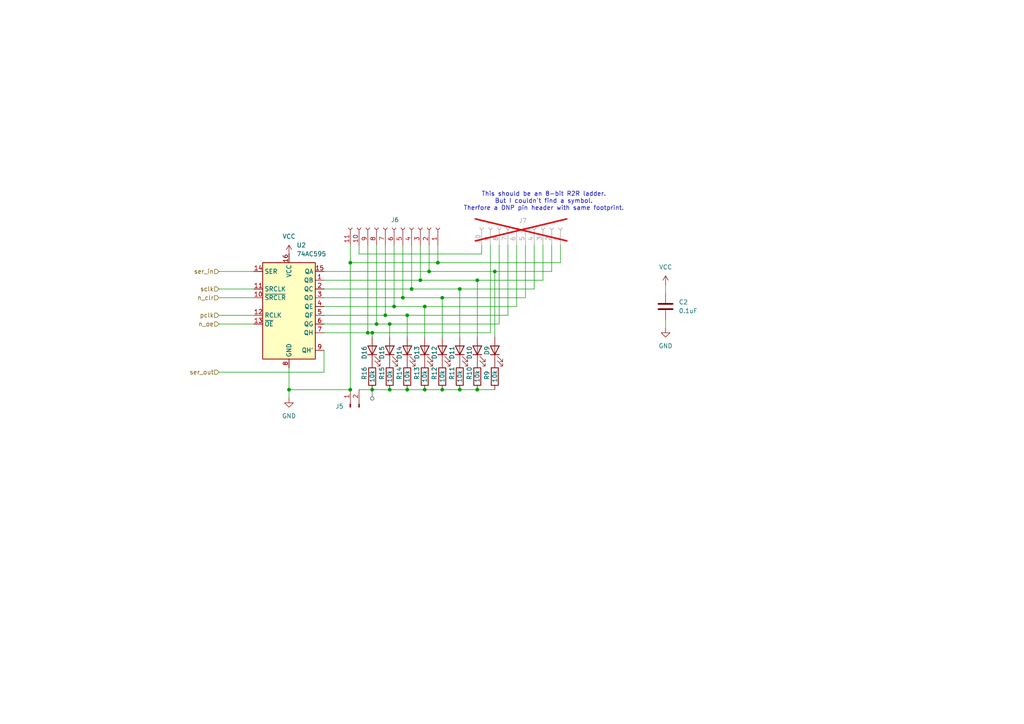
<source format=kicad_sch>
(kicad_sch (version 20231120) (generator "eeschema") (generator_version "8.0")
  (paper "A4")
  (lib_symbols
    (symbol "74xx:74AHC595"
      (property "Reference" "U" (at -7.62 13.97 0))
      (property "Value" "74AHC595" (at -7.62 -16.51 0))
      (symbol "74AHC595_1_0"
        (pin tri_state line (at 10.16 7.62 180) (length 2.54) (name "QB") (number "1"))
        (pin input line (at -10.16 2.54 0) (length 2.54) (name "~{SRCLR}") (number "10"))
        (pin input line (at -10.16 5.08 0) (length 2.54) (name "SRCLK") (number "11"))
        (pin input line (at -10.16 -2.54 0) (length 2.54) (name "RCLK") (number "12"))
        (pin input line (at -10.16 -5.08 0) (length 2.54) (name "~{OE}") (number "13"))
        (pin input line (at -10.16 10.16 0) (length 2.54) (name "SER") (number "14"))
        (pin tri_state line (at 10.16 10.16 180) (length 2.54) (name "QA") (number "15"))
        (pin power_in line (at 0 15.24 270) (length 2.54) (name "VCC") (number "16"))
        (pin tri_state line (at 10.16 5.08 180) (length 2.54) (name "QC") (number "2"))
        (pin tri_state line (at 10.16 2.54 180) (length 2.54) (name "QD") (number "3"))
        (pin tri_state line (at 10.16 0 180) (length 2.54) (name "QE") (number "4"))
        (pin tri_state line (at 10.16 -2.54 180) (length 2.54) (name "QF") (number "5"))
        (pin tri_state line (at 10.16 -5.08 180) (length 2.54) (name "QG") (number "6"))
        (pin tri_state line (at 10.16 -7.62 180) (length 2.54) (name "QH") (number "7"))
        (pin power_in line (at 0 -17.78 90) (length 2.54) (name "GND") (number "8"))
        (pin output line (at 10.16 -12.7 180) (length 2.54) (name "QH'") (number "9"))
      )
      (symbol "74AHC595_1_1"
        (rectangle (start -7.62 12.7) (end 7.62 -15.24) (stroke (width 0.254)) (fill (type background)))
      )
    )
    (symbol "Connector:Conn_01x02_Pin" (pin_names (offset 1.016) hide)
      (property "Reference" "J" (at 0 2.54 0))
      (property "Value" "Conn_01x02_Pin" (at 0 -5.08 0))
      (symbol "Conn_01x02_Pin_1_1"
        (polyline (pts (xy 1.27 -2.54) (xy 0.8636 -2.54)) (stroke (width 0.1524)))
        (polyline (pts (xy 1.27 0) (xy 0.8636 0)) (stroke (width 0.1524)))
        (rectangle (start 0.8636 -2.413) (end 0 -2.667) (stroke (width 0.1524)) (fill (type outline)))
        (rectangle (start 0.8636 0.127) (end 0 -0.127) (stroke (width 0.1524)) (fill (type outline)))
        (pin passive line (at 5.08 0 180) (length 3.81) (name "Pin_1") (number "1"))
        (pin passive line (at 5.08 -2.54 180) (length 3.81) (name "Pin_2") (number "2"))
      )
    )
    (symbol "Connector:Conn_01x10_Socket" (pin_names (offset 1.016) hide)
      (property "Reference" "J" (at 0 12.7 0))
      (property "Value" "Conn_01x10_Socket" (at 0 -15.24 0))
      (symbol "Conn_01x10_Socket_1_1"
        (arc (start 0 -12.192) (mid -0.5058 -12.7) (end 0 -13.208) (stroke (width 0.1524)))
        (arc (start 0 -9.652) (mid -0.5058 -10.16) (end 0 -10.668) (stroke (width 0.1524)))
        (arc (start 0 -7.112) (mid -0.5058 -7.62) (end 0 -8.128) (stroke (width 0.1524)))
        (arc (start 0 -4.572) (mid -0.5058 -5.08) (end 0 -5.588) (stroke (width 0.1524)))
        (arc (start 0 -2.032) (mid -0.5058 -2.54) (end 0 -3.048) (stroke (width 0.1524)))
        (polyline (pts (xy -1.27 -12.7) (xy -0.508 -12.7)) (stroke (width 0.1524)))
        (polyline (pts (xy -1.27 -10.16) (xy -0.508 -10.16)) (stroke (width 0.1524)))
        (polyline (pts (xy -1.27 -7.62) (xy -0.508 -7.62)) (stroke (width 0.1524)))
        (polyline (pts (xy -1.27 -5.08) (xy -0.508 -5.08)) (stroke (width 0.1524)))
        (polyline (pts (xy -1.27 -2.54) (xy -0.508 -2.54)) (stroke (width 0.1524)))
        (polyline (pts (xy -1.27 0) (xy -0.508 0)) (stroke (width 0.1524)))
        (polyline (pts (xy -1.27 2.54) (xy -0.508 2.54)) (stroke (width 0.1524)))
        (polyline (pts (xy -1.27 5.08) (xy -0.508 5.08)) (stroke (width 0.1524)))
        (polyline (pts (xy -1.27 7.62) (xy -0.508 7.62)) (stroke (width 0.1524)))
        (polyline (pts (xy -1.27 10.16) (xy -0.508 10.16)) (stroke (width 0.1524)))
        (arc (start 0 0.508) (mid -0.5058 0) (end 0 -0.508) (stroke (width 0.1524)))
        (arc (start 0 3.048) (mid -0.5058 2.54) (end 0 2.032) (stroke (width 0.1524)))
        (arc (start 0 5.588) (mid -0.5058 5.08) (end 0 4.572) (stroke (width 0.1524)))
        (arc (start 0 8.128) (mid -0.5058 7.62) (end 0 7.112) (stroke (width 0.1524)))
        (arc (start 0 10.668) (mid -0.5058 10.16) (end 0 9.652) (stroke (width 0.1524)))
        (pin passive line (at -5.08 10.16 0) (length 3.81) (name "Pin_1") (number "1"))
        (pin passive line (at -5.08 -12.7 0) (length 3.81) (name "Pin_10") (number "10"))
        (pin passive line (at -5.08 7.62 0) (length 3.81) (name "Pin_2") (number "2"))
        (pin passive line (at -5.08 5.08 0) (length 3.81) (name "Pin_3") (number "3"))
        (pin passive line (at -5.08 2.54 0) (length 3.81) (name "Pin_4") (number "4"))
        (pin passive line (at -5.08 0 0) (length 3.81) (name "Pin_5") (number "5"))
        (pin passive line (at -5.08 -2.54 0) (length 3.81) (name "Pin_6") (number "6"))
        (pin passive line (at -5.08 -5.08 0) (length 3.81) (name "Pin_7") (number "7"))
        (pin passive line (at -5.08 -7.62 0) (length 3.81) (name "Pin_8") (number "8"))
        (pin passive line (at -5.08 -10.16 0) (length 3.81) (name "Pin_9") (number "9"))
      )
    )
    (symbol "Connector:Conn_01x11_Socket" (pin_names (offset 1.016) hide)
      (property "Reference" "J" (at 0 15.24 0))
      (property "Value" "Conn_01x11_Socket" (at 0 -15.24 0))
      (symbol "Conn_01x11_Socket_1_1"
        (arc (start 0 -12.192) (mid -0.5058 -12.7) (end 0 -13.208) (stroke (width 0.1524)))
        (arc (start 0 -9.652) (mid -0.5058 -10.16) (end 0 -10.668) (stroke (width 0.1524)))
        (arc (start 0 -7.112) (mid -0.5058 -7.62) (end 0 -8.128) (stroke (width 0.1524)))
        (arc (start 0 -4.572) (mid -0.5058 -5.08) (end 0 -5.588) (stroke (width 0.1524)))
        (arc (start 0 -2.032) (mid -0.5058 -2.54) (end 0 -3.048) (stroke (width 0.1524)))
        (polyline (pts (xy -1.27 -12.7) (xy -0.508 -12.7)) (stroke (width 0.1524)))
        (polyline (pts (xy -1.27 -10.16) (xy -0.508 -10.16)) (stroke (width 0.1524)))
        (polyline (pts (xy -1.27 -7.62) (xy -0.508 -7.62)) (stroke (width 0.1524)))
        (polyline (pts (xy -1.27 -5.08) (xy -0.508 -5.08)) (stroke (width 0.1524)))
        (polyline (pts (xy -1.27 -2.54) (xy -0.508 -2.54)) (stroke (width 0.1524)))
        (polyline (pts (xy -1.27 0) (xy -0.508 0)) (stroke (width 0.1524)))
        (polyline (pts (xy -1.27 2.54) (xy -0.508 2.54)) (stroke (width 0.1524)))
        (polyline (pts (xy -1.27 5.08) (xy -0.508 5.08)) (stroke (width 0.1524)))
        (polyline (pts (xy -1.27 7.62) (xy -0.508 7.62)) (stroke (width 0.1524)))
        (polyline (pts (xy -1.27 10.16) (xy -0.508 10.16)) (stroke (width 0.1524)))
        (polyline (pts (xy -1.27 12.7) (xy -0.508 12.7)) (stroke (width 0.1524)))
        (arc (start 0 0.508) (mid -0.5058 0) (end 0 -0.508) (stroke (width 0.1524)))
        (arc (start 0 3.048) (mid -0.5058 2.54) (end 0 2.032) (stroke (width 0.1524)))
        (arc (start 0 5.588) (mid -0.5058 5.08) (end 0 4.572) (stroke (width 0.1524)))
        (arc (start 0 8.128) (mid -0.5058 7.62) (end 0 7.112) (stroke (width 0.1524)))
        (arc (start 0 10.668) (mid -0.5058 10.16) (end 0 9.652) (stroke (width 0.1524)))
        (arc (start 0 13.208) (mid -0.5058 12.7) (end 0 12.192) (stroke (width 0.1524)))
        (pin passive line (at -5.08 12.7 0) (length 3.81) (name "Pin_1") (number "1"))
        (pin passive line (at -5.08 -10.16 0) (length 3.81) (name "Pin_10") (number "10"))
        (pin passive line (at -5.08 -12.7 0) (length 3.81) (name "Pin_11") (number "11"))
        (pin passive line (at -5.08 10.16 0) (length 3.81) (name "Pin_2") (number "2"))
        (pin passive line (at -5.08 7.62 0) (length 3.81) (name "Pin_3") (number "3"))
        (pin passive line (at -5.08 5.08 0) (length 3.81) (name "Pin_4") (number "4"))
        (pin passive line (at -5.08 2.54 0) (length 3.81) (name "Pin_5") (number "5"))
        (pin passive line (at -5.08 0 0) (length 3.81) (name "Pin_6") (number "6"))
        (pin passive line (at -5.08 -2.54 0) (length 3.81) (name "Pin_7") (number "7"))
        (pin passive line (at -5.08 -5.08 0) (length 3.81) (name "Pin_8") (number "8"))
        (pin passive line (at -5.08 -7.62 0) (length 3.81) (name "Pin_9") (number "9"))
      )
    )
    (symbol "Device:C" (pin_numbers hide) (pin_names (offset 0.254))
      (property "Reference" "C" (at 0.635 2.54 0))
      (property "Value" "C" (at 0.635 -2.54 0))
      (symbol "C_0_1"
        (polyline (pts (xy -2.032 -0.762) (xy 2.032 -0.762)) (stroke (width 0.508)))
        (polyline (pts (xy -2.032 0.762) (xy 2.032 0.762)) (stroke (width 0.508)))
      )
      (symbol "C_1_1"
        (pin passive line (at 0 3.81 270) (length 2.794) (name "~") (number "1"))
        (pin passive line (at 0 -3.81 90) (length 2.794) (name "~") (number "2"))
      )
    )
    (symbol "Device:LED" (pin_numbers hide) (pin_names (offset 1.016) hide)
      (property "Reference" "D" (at 0 2.54 0))
      (property "Value" "LED" (at 0 -2.54 0))
      (symbol "LED_0_1"
        (polyline (pts (xy -1.27 -1.27) (xy -1.27 1.27)) (stroke (width 0.254)))
        (polyline (pts (xy -1.27 0) (xy 1.27 0)))
        (polyline (pts (xy 1.27 -1.27) (xy 1.27 1.27) (xy -1.27 0) (xy 1.27 -1.27)) (stroke (width 0.254)))
        (polyline (pts (xy -3.048 -0.762) (xy -4.572 -2.286) (xy -3.81 -2.286) (xy -4.572 -2.286) (xy -4.572 -1.524)))
        (polyline (pts (xy -1.778 -0.762) (xy -3.302 -2.286) (xy -2.54 -2.286) (xy -3.302 -2.286) (xy -3.302 -1.524)))
      )
      (symbol "LED_1_1"
        (pin passive line (at -3.81 0 0) (length 2.54) (name "K") (number "1"))
        (pin passive line (at 3.81 0 180) (length 2.54) (name "A") (number "2"))
      )
    )
    (symbol "Device:R" (pin_numbers hide) (pin_names (offset 0))
      (property "Reference" "R" (at 2.032 0 90))
      (property "Value" "R" (at 0 0 90))
      (symbol "R_0_1"
        (rectangle (start -1.016 -2.54) (end 1.016 2.54) (stroke (width 0.254)))
      )
      (symbol "R_1_1"
        (pin passive line (at 0 3.81 270) (length 1.27) (name "~") (number "1"))
        (pin passive line (at 0 -3.81 90) (length 1.27) (name "~") (number "2"))
      )
    )
    (symbol "power:GND" (power) (pin_numbers hide) (pin_names (offset 0) hide)
      (property "Value" "GND" (at 0 -3.81 0))
      (symbol "GND_0_1"
        (polyline (pts (xy 0 0) (xy 0 -1.27) (xy 1.27 -1.27) (xy 0 -2.54) (xy -1.27 -1.27) (xy 0 -1.27)))
      )
      (symbol "GND_1_1"
        (pin power_in line (at 0 0 270) (length 0) (name "~") (number "1"))
      )
    )
    (symbol "power:VCC" (power) (pin_numbers hide) (pin_names (offset 0) hide)
      (property "Value" "VCC" (at 0 3.556 0))
      (symbol "VCC_0_1"
        (polyline (pts (xy -0.762 1.27) (xy 0 2.54)))
        (polyline (pts (xy 0 0) (xy 0 2.54)))
        (polyline (pts (xy 0 2.54) (xy 0.762 1.27)))
      )
      (symbol "VCC_1_1"
        (pin power_in line (at 0 0 90) (length 0) (name "~") (number "1"))
      )
    )
  )
  (junction (at 118.11 113.03))
  (junction (at 101.6 113.03))
  (junction (at 118.11 91.44))
  (junction (at 133.35 83.82))
  (junction (at 107.95 113.03))
  (junction (at 121.92 81.28))
  (junction (at 83.82 113.03))
  (junction (at 113.03 93.98))
  (junction (at 119.38 83.82))
  (junction (at 123.19 88.9))
  (junction (at 143.51 78.74))
  (junction (at 107.95 96.52))
  (junction (at 138.43 81.28))
  (junction (at 116.84 86.36))
  (junction (at 128.27 113.03))
  (junction (at 124.46 78.74))
  (junction (at 133.35 113.03))
  (junction (at 109.22 93.98))
  (junction (at 111.76 91.44))
  (junction (at 138.43 113.03))
  (junction (at 128.27 86.36))
  (junction (at 101.6 76.2))
  (junction (at 113.03 113.03))
  (junction (at 114.3 88.9))
  (junction (at 127 76.2))
  (junction (at 123.19 113.03))
  (junction (at 106.68 96.52))
  (wire (pts (xy 93.98 86.36) (xy 116.84 86.36)))
  (wire (pts (xy 133.35 83.82) (xy 154.94 83.82)))
  (wire (pts (xy 104.14 113.03) (xy 107.95 113.03)))
  (wire (pts (xy 128.27 86.36) (xy 152.4 86.36)))
  (wire (pts (xy 147.32 91.44) (xy 147.32 71.12)))
  (wire (pts (xy 106.68 96.52) (xy 106.68 71.12)))
  (wire (pts (xy 123.19 88.9) (xy 149.86 88.9)))
  (wire (pts (xy 119.38 83.82) (xy 133.35 83.82)))
  (wire (pts (xy 138.43 113.03) (xy 143.51 113.03)))
  (wire (pts (xy 116.84 86.36) (xy 128.27 86.36)))
  (wire (pts (xy 118.11 91.44) (xy 118.11 97.79)))
  (wire (pts (xy 127 71.12) (xy 127 76.2)))
  (wire (pts (xy 154.94 83.82) (xy 154.94 71.12)))
  (wire (pts (xy 93.98 88.9) (xy 114.3 88.9)))
  (wire (pts (xy 128.27 86.36) (xy 128.27 97.79)))
  (wire (pts (xy 133.35 83.82) (xy 133.35 97.79)))
  (wire (pts (xy 93.98 81.28) (xy 121.92 81.28)))
  (wire (pts (xy 123.19 88.9) (xy 123.19 97.79)))
  (wire (pts (xy 160.02 78.74) (xy 160.02 71.12)))
  (wire (pts (xy 139.7 73.66) (xy 139.7 71.12)))
  (wire (pts (xy 63.5 86.36) (xy 73.66 86.36)))
  (wire (pts (xy 106.68 96.52) (xy 107.95 96.52)))
  (wire (pts (xy 107.95 96.52) (xy 107.95 97.79)))
  (wire (pts (xy 83.82 106.68) (xy 83.82 113.03)))
  (wire (pts (xy 63.5 78.74) (xy 73.66 78.74)))
  (wire (pts (xy 111.76 91.44) (xy 118.11 91.44)))
  (wire (pts (xy 119.38 83.82) (xy 119.38 71.12)))
  (wire (pts (xy 123.19 113.03) (xy 128.27 113.03)))
  (wire (pts (xy 193.04 82.55) (xy 193.04 85.09)))
  (wire (pts (xy 121.92 81.28) (xy 138.43 81.28)))
  (wire (pts (xy 63.5 93.98) (xy 73.66 93.98)))
  (wire (pts (xy 124.46 78.74) (xy 143.51 78.74)))
  (wire (pts (xy 93.98 83.82) (xy 119.38 83.82)))
  (wire (pts (xy 124.46 78.74) (xy 124.46 71.12)))
  (wire (pts (xy 116.84 86.36) (xy 116.84 71.12)))
  (wire (pts (xy 152.4 86.36) (xy 152.4 71.12)))
  (wire (pts (xy 143.51 78.74) (xy 143.51 97.79)))
  (wire (pts (xy 113.03 93.98) (xy 113.03 97.79)))
  (wire (pts (xy 104.14 71.12) (xy 104.14 73.66)))
  (wire (pts (xy 101.6 113.03) (xy 101.6 76.2)))
  (wire (pts (xy 93.98 91.44) (xy 111.76 91.44)))
  (wire (pts (xy 114.3 88.9) (xy 123.19 88.9)))
  (wire (pts (xy 83.82 113.03) (xy 101.6 113.03)))
  (wire (pts (xy 118.11 91.44) (xy 147.32 91.44)))
  (wire (pts (xy 101.6 76.2) (xy 127 76.2)))
  (wire (pts (xy 104.14 73.66) (xy 139.7 73.66)))
  (wire (pts (xy 157.48 81.28) (xy 157.48 71.12)))
  (wire (pts (xy 138.43 81.28) (xy 157.48 81.28)))
  (wire (pts (xy 101.6 71.12) (xy 101.6 76.2)))
  (wire (pts (xy 138.43 81.28) (xy 138.43 97.79)))
  (wire (pts (xy 113.03 113.03) (xy 118.11 113.03)))
  (wire (pts (xy 149.86 88.9) (xy 149.86 71.12)))
  (wire (pts (xy 193.04 92.71) (xy 193.04 95.25)))
  (wire (pts (xy 142.24 96.52) (xy 142.24 71.12)))
  (wire (pts (xy 107.95 96.52) (xy 142.24 96.52)))
  (wire (pts (xy 93.98 78.74) (xy 124.46 78.74)))
  (wire (pts (xy 114.3 88.9) (xy 114.3 71.12)))
  (wire (pts (xy 93.98 96.52) (xy 106.68 96.52)))
  (wire (pts (xy 93.98 93.98) (xy 109.22 93.98)))
  (wire (pts (xy 63.5 83.82) (xy 73.66 83.82)))
  (wire (pts (xy 133.35 113.03) (xy 138.43 113.03)))
  (wire (pts (xy 63.5 91.44) (xy 73.66 91.44)))
  (wire (pts (xy 109.22 93.98) (xy 109.22 71.12)))
  (wire (pts (xy 162.56 76.2) (xy 162.56 71.12)))
  (wire (pts (xy 113.03 93.98) (xy 144.78 93.98)))
  (wire (pts (xy 83.82 115.57) (xy 83.82 113.03)))
  (wire (pts (xy 118.11 113.03) (xy 123.19 113.03)))
  (wire (pts (xy 107.95 113.03) (xy 113.03 113.03)))
  (wire (pts (xy 111.76 91.44) (xy 111.76 71.12)))
  (wire (pts (xy 127 76.2) (xy 162.56 76.2)))
  (wire (pts (xy 143.51 78.74) (xy 160.02 78.74)))
  (wire (pts (xy 93.98 107.95) (xy 93.98 101.6)))
  (wire (pts (xy 121.92 81.28) (xy 121.92 71.12)))
  (wire (pts (xy 63.5 107.95) (xy 93.98 107.95)))
  (wire (pts (xy 144.78 93.98) (xy 144.78 71.12)))
  (wire (pts (xy 128.27 113.03) (xy 133.35 113.03)))
  (wire (pts (xy 109.22 93.98) (xy 113.03 93.98)))
  (text "This should be an 8-bit R2R ladder.\nBut I couldn't find a symbol.\nTherfore a DNP pin header with same footprint." (at 157.734 58.42 0) (effects (font (size 1.27 1.27))))
  (hierarchical_label "n_oe" (shape input) (at 63.5 93.98 180))
  (hierarchical_label "ser_out" (shape input) (at 63.5 107.95 180))
  (hierarchical_label "ser_in" (shape input) (at 63.5 78.74 180))
  (hierarchical_label "sclk" (shape input) (at 63.5 83.82 180))
  (hierarchical_label "n_clr" (shape input) (at 63.5 86.36 180))
  (hierarchical_label "pclk" (shape input) (at 63.5 91.44 180))
  (netclass_flag "" (length 2.54) (shape round) (at 107.95 113.03 180) (property "Netclass" "Power" (effects (hide yes))))
  (symbol (lib_id "power:GND") (at 193.04 95.25 0) (unit 1)
    (property "Reference" "#PWR013" (effects (hide yes)))
    (property "Value" "GND" (at 193.04 100.33 0))
    (property "Description" "Power symbol creates a global label with name \"GND\" , ground" (effects (hide yes)))
    (instances (project "" (path "" (reference "#PWR014") (unit 1)) (path "" (reference "#PWR015") (unit 1)) (path "" (reference "#PWR016") (unit 1)) (path "" (reference "#PWR013") (unit 1))))
  )
  (symbol (lib_id "Device:R") (at 143.51 109.22 0) (unit 1)
    (property "Reference" "R9" (at 141.224 110.236 90) (effects (justify left)))
    (property "Value" "10k" (at 143.51 110.998 90) (effects (justify left)))
    (property "Footprint" "Resistor_SMD:R_0603_1608Metric_Pad0.98x0.95mm_HandSolder" (effects (hide yes)))
    (property "Description" "Resistor" (effects (hide yes)))
    (instances (project "gpio_extend" (path "" (reference "R9") (unit 1)) (path "" (reference "R17") (unit 1)) (path "" (reference "R25") (unit 1)) (path "" (reference "R1") (unit 1))))
  )
  (symbol (lib_id "Device:R") (at 118.11 109.22 0) (unit 1)
    (property "Reference" "R14" (at 115.824 110.236 90) (effects (justify left)))
    (property "Value" "10k" (at 118.11 110.998 90) (effects (justify left)))
    (property "Footprint" "Resistor_SMD:R_0603_1608Metric_Pad0.98x0.95mm_HandSolder" (effects (hide yes)))
    (property "Description" "Resistor" (effects (hide yes)))
    (instances (project "gpio_extend" (path "" (reference "R14") (unit 1)) (path "" (reference "R22") (unit 1)) (path "" (reference "R30") (unit 1)) (path "" (reference "R6") (unit 1))))
  )
  (symbol (lib_id "power:VCC") (at 193.04 82.55 0) (unit 1)
    (property "Reference" "#PWR09" (effects (hide yes)))
    (property "Value" "VCC" (at 193.04 77.47 0))
    (property "Description" "Power symbol creates a global label with name \"VCC\"" (effects (hide yes)))
    (instances (project "" (path "" (reference "#PWR010") (unit 1)) (path "" (reference "#PWR011") (unit 1)) (path "" (reference "#PWR012") (unit 1)) (path "" (reference "#PWR09") (unit 1))))
  )
  (symbol (lib_id "Connector:Conn_01x02_Pin") (at 101.6 118.11 90) (unit 1)
    (property "Reference" "J5" (at 97.282 117.856 90) (effects (justify right)))
    (property "Value" "Conn_01x02_Pin" (effects (hide yes)))
    (property "Footprint" "Connector_PinHeader_2.54mm:PinHeader_1x02_P2.54mm_Vertical" (effects (hide yes)))
    (property "Description" "Generic connector, single row, 01x02, script generated" (effects (hide yes)))
    (instances (project "gpio_extend" (path "" (reference "J5") (unit 1)) (path "" (reference "J8") (unit 1)) (path "" (reference "J11") (unit 1)) (path "" (reference "J2") (unit 1))))
  )
  (symbol (lib_id "Device:R") (at 107.95 109.22 0) (unit 1)
    (property "Reference" "R16" (at 105.664 110.236 90) (effects (justify left)))
    (property "Value" "10k" (at 107.95 110.998 90) (effects (justify left)))
    (property "Footprint" "Resistor_SMD:R_0603_1608Metric_Pad0.98x0.95mm_HandSolder" (effects (hide yes)))
    (property "Description" "Resistor" (effects (hide yes)))
    (instances (project "gpio_extend" (path "" (reference "R16") (unit 1)) (path "" (reference "R24") (unit 1)) (path "" (reference "R32") (unit 1)) (path "" (reference "R8") (unit 1))))
  )
  (symbol (lib_id "Device:LED") (at 133.35 101.6 90) (unit 1)
    (property "Reference" "D11" (at 131.064 100.33 0) (effects (justify right)))
    (property "Value" "LED" (effects (hide yes)))
    (property "Footprint" "LED_SMD:LED_0603_1608Metric_Pad1.05x0.95mm_HandSolder" (effects (hide yes)))
    (property "Description" "Light emitting diode" (effects (hide yes)))
    (instances (project "gpio_extend" (path "" (reference "D11") (unit 1)) (path "" (reference "D19") (unit 1)) (path "" (reference "D27") (unit 1)) (path "" (reference "D3") (unit 1))))
  )
  (symbol (lib_id "Device:LED") (at 143.51 101.6 90) (unit 1)
    (property "Reference" "D9" (at 141.224 100.33 0) (effects (justify right)))
    (property "Value" "LED" (effects (hide yes)))
    (property "Footprint" "LED_SMD:LED_0603_1608Metric_Pad1.05x0.95mm_HandSolder" (effects (hide yes)))
    (property "Description" "Light emitting diode" (effects (hide yes)))
    (instances (project "gpio_extend" (path "" (reference "D9") (unit 1)) (path "" (reference "D17") (unit 1)) (path "" (reference "D25") (unit 1)) (path "" (reference "D1") (unit 1))))
  )
  (symbol (lib_id "Device:R") (at 133.35 109.22 0) (unit 1)
    (property "Reference" "R11" (at 131.064 110.236 90) (effects (justify left)))
    (property "Value" "10k" (at 133.35 110.998 90) (effects (justify left)))
    (property "Footprint" "Resistor_SMD:R_0603_1608Metric_Pad0.98x0.95mm_HandSolder" (effects (hide yes)))
    (property "Description" "Resistor" (effects (hide yes)))
    (instances (project "gpio_extend" (path "" (reference "R11") (unit 1)) (path "" (reference "R19") (unit 1)) (path "" (reference "R27") (unit 1)) (path "" (reference "R3") (unit 1))))
  )
  (symbol (lib_id "Device:R") (at 113.03 109.22 0) (unit 1)
    (property "Reference" "R15" (at 110.744 110.236 90) (effects (justify left)))
    (property "Value" "10k" (at 113.03 110.998 90) (effects (justify left)))
    (property "Footprint" "Resistor_SMD:R_0603_1608Metric_Pad0.98x0.95mm_HandSolder" (effects (hide yes)))
    (property "Description" "Resistor" (effects (hide yes)))
    (instances (project "gpio_extend" (path "" (reference "R15") (unit 1)) (path "" (reference "R23") (unit 1)) (path "" (reference "R31") (unit 1)) (path "" (reference "R7") (unit 1))))
  )
  (symbol (lib_id "power:GND") (at 83.82 115.57 0) (unit 1)
    (property "Reference" "#PWR04" (effects (hide yes)))
    (property "Value" "GND" (at 83.82 120.65 0))
    (property "Description" "Power symbol creates a global label with name \"GND\" , ground" (effects (hide yes)))
    (instances (project "gpio_extend" (path "" (reference "#PWR04") (unit 1)) (path "" (reference "#PWR06") (unit 1)) (path "" (reference "#PWR08") (unit 1)) (path "" (reference "#PWR0101") (unit 1))))
  )
  (symbol (lib_id "Connector:Conn_01x11_Socket") (at 114.3 66.04 270) (mirror x) (unit 1)
    (property "Reference" "J6" (at 114.554 63.754 90))
    (property "Value" "Conn_01x11_Socket" (effects (hide yes)))
    (property "Footprint" "Connector_PinSocket_2.54mm:PinSocket_1x11_P2.54mm_Vertical" (effects (hide yes)))
    (property "Description" "Generic connector, single row, 01x11, script generated" (effects (hide yes)))
    (instances (project "gpio_extend" (path "" (reference "J6") (unit 1)) (path "" (reference "J9") (unit 1)) (path "" (reference "J12") (unit 1)) (path "" (reference "J3") (unit 1))))
  )
  (symbol (lib_id "Device:LED") (at 107.95 101.6 90) (unit 1)
    (property "Reference" "D16" (at 105.664 100.33 0) (effects (justify right)))
    (property "Value" "LED" (effects (hide yes)))
    (property "Footprint" "LED_SMD:LED_0603_1608Metric_Pad1.05x0.95mm_HandSolder" (effects (hide yes)))
    (property "Description" "Light emitting diode" (effects (hide yes)))
    (instances (project "gpio_extend" (path "" (reference "D16") (unit 1)) (path "" (reference "D24") (unit 1)) (path "" (reference "D32") (unit 1)) (path "" (reference "D8") (unit 1))))
  )
  (symbol (lib_id "Device:R") (at 123.19 109.22 0) (unit 1)
    (property "Reference" "R13" (at 120.904 110.236 90) (effects (justify left)))
    (property "Value" "10k" (at 123.19 110.998 90) (effects (justify left)))
    (property "Footprint" "Resistor_SMD:R_0603_1608Metric_Pad0.98x0.95mm_HandSolder" (effects (hide yes)))
    (property "Description" "Resistor" (effects (hide yes)))
    (instances (project "gpio_extend" (path "" (reference "R13") (unit 1)) (path "" (reference "R21") (unit 1)) (path "" (reference "R29") (unit 1)) (path "" (reference "R5") (unit 1))))
  )
  (symbol (lib_id "Device:R") (at 138.43 109.22 0) (unit 1)
    (property "Reference" "R10" (at 136.144 110.236 90) (effects (justify left)))
    (property "Value" "10k" (at 138.43 110.998 90) (effects (justify left)))
    (property "Footprint" "Resistor_SMD:R_0603_1608Metric_Pad0.98x0.95mm_HandSolder" (effects (hide yes)))
    (property "Description" "Resistor" (effects (hide yes)))
    (instances (project "gpio_extend" (path "" (reference "R10") (unit 1)) (path "" (reference "R18") (unit 1)) (path "" (reference "R26") (unit 1)) (path "" (reference "R2") (unit 1))))
  )
  (symbol (lib_id "Device:LED") (at 128.27 101.6 90) (unit 1)
    (property "Reference" "D12" (at 125.984 100.33 0) (effects (justify right)))
    (property "Value" "LED" (effects (hide yes)))
    (property "Footprint" "LED_SMD:LED_0603_1608Metric_Pad1.05x0.95mm_HandSolder" (effects (hide yes)))
    (property "Description" "Light emitting diode" (effects (hide yes)))
    (instances (project "gpio_extend" (path "" (reference "D12") (unit 1)) (path "" (reference "D20") (unit 1)) (path "" (reference "D28") (unit 1)) (path "" (reference "D4") (unit 1))))
  )
  (symbol (lib_id "74xx:74AHC595") (at 83.82 88.9 0) (unit 1)
    (property "Reference" "U2" (at 86.0141 71.12 0) (effects (justify left)))
    (property "Value" "74AC595" (at 86.0141 73.66 0) (effects (justify left)))
    (property "Footprint" "Package_SO:TSSOP-16_4.4x5mm_P0.65mm" (effects (hide yes)))
    (property "Datasheet" "https://www.ti.com/lit/ds/symlink/sn74ac595.pdf" (effects (hide yes)))
    (property "Description" "8-bit serial in/out Shift Register 3-State Outputs" (effects (hide yes)))
    (instances (project "gpio_extend" (path "" (reference "U2") (unit 1)) (path "" (reference "U3") (unit 1)) (path "" (reference "U4") (unit 1)) (path "" (reference "U1") (unit 1))))
  )
  (symbol (lib_id "Device:LED") (at 118.11 101.6 90) (unit 1)
    (property "Reference" "D14" (at 115.824 100.33 0) (effects (justify right)))
    (property "Value" "LED" (effects (hide yes)))
    (property "Footprint" "LED_SMD:LED_0603_1608Metric_Pad1.05x0.95mm_HandSolder" (effects (hide yes)))
    (property "Description" "Light emitting diode" (effects (hide yes)))
    (instances (project "gpio_extend" (path "" (reference "D14") (unit 1)) (path "" (reference "D22") (unit 1)) (path "" (reference "D30") (unit 1)) (path "" (reference "D6") (unit 1))))
  )
  (symbol (lib_id "Connector:Conn_01x10_Socket") (at 152.4 66.04 270) (mirror x) (unit 1) (in_bom no) (dnp yes)
    (property "Reference" "J7" (at 151.638 64.008 90))
    (property "Value" "Conn_01x10_Socket" (effects (hide yes)))
    (property "Footprint" "Connector_PinSocket_2.54mm:PinSocket_1x10_P2.54mm_Vertical" (effects (hide yes)))
    (property "Description" "Generic connector, single row, 01x10, script generated" (effects (hide yes)))
    (instances (project "gpio_extend" (path "" (reference "J7") (unit 1)) (path "" (reference "J10") (unit 1)) (path "" (reference "J13") (unit 1)) (path "" (reference "J4") (unit 1))))
  )
  (symbol (lib_id "Device:C") (at 193.04 88.9 0) (unit 1)
    (property "Reference" "C1" (at 196.85 87.6299 0) (effects (justify left)))
    (property "Value" "0.1uF" (at 196.85 90.1699 0) (effects (justify left)))
    (property "Footprint" "Capacitor_SMD:C_0603_1608Metric_Pad1.08x0.95mm_HandSolder" (effects (hide yes)))
    (property "Description" "Unpolarized capacitor" (effects (hide yes)))
    (instances (project "" (path "" (reference "C2") (unit 1)) (path "" (reference "C3") (unit 1)) (path "" (reference "C4") (unit 1)) (path "" (reference "C1") (unit 1))))
  )
  (symbol (lib_id "power:VCC") (at 83.82 73.66 0) (unit 1)
    (property "Reference" "#PWR03" (effects (hide yes)))
    (property "Value" "VCC" (at 83.82 68.58 0))
    (property "Description" "Power symbol creates a global label with name \"VCC\"" (effects (hide yes)))
    (instances (project "gpio_extend" (path "" (reference "#PWR03") (unit 1)) (path "" (reference "#PWR05") (unit 1)) (path "" (reference "#PWR07") (unit 1)) (path "" (reference "#PWR0102") (unit 1))))
  )
  (symbol (lib_id "Device:LED") (at 113.03 101.6 90) (unit 1)
    (property "Reference" "D15" (at 110.744 100.33 0) (effects (justify right)))
    (property "Value" "LED" (effects (hide yes)))
    (property "Footprint" "LED_SMD:LED_0603_1608Metric_Pad1.05x0.95mm_HandSolder" (effects (hide yes)))
    (property "Description" "Light emitting diode" (effects (hide yes)))
    (instances (project "gpio_extend" (path "" (reference "D15") (unit 1)) (path "" (reference "D23") (unit 1)) (path "" (reference "D31") (unit 1)) (path "" (reference "D7") (unit 1))))
  )
  (symbol (lib_id "Device:R") (at 128.27 109.22 0) (unit 1)
    (property "Reference" "R12" (at 125.984 110.236 90) (effects (justify left)))
    (property "Value" "10k" (at 128.27 110.998 90) (effects (justify left)))
    (property "Footprint" "Resistor_SMD:R_0603_1608Metric_Pad0.98x0.95mm_HandSolder" (effects (hide yes)))
    (property "Description" "Resistor" (effects (hide yes)))
    (instances (project "gpio_extend" (path "" (reference "R12") (unit 1)) (path "" (reference "R20") (unit 1)) (path "" (reference "R28") (unit 1)) (path "" (reference "R4") (unit 1))))
  )
  (symbol (lib_id "Device:LED") (at 123.19 101.6 90) (unit 1)
    (property "Reference" "D13" (at 120.904 100.33 0) (effects (justify right)))
    (property "Value" "LED" (effects (hide yes)))
    (property "Footprint" "LED_SMD:LED_0603_1608Metric_Pad1.05x0.95mm_HandSolder" (effects (hide yes)))
    (property "Description" "Light emitting diode" (effects (hide yes)))
    (instances (project "gpio_extend" (path "" (reference "D13") (unit 1)) (path "" (reference "D21") (unit 1)) (path "" (reference "D29") (unit 1)) (path "" (reference "D5") (unit 1))))
  )
  (symbol (lib_id "Device:LED") (at 138.43 101.6 90) (unit 1)
    (property "Reference" "D10" (at 136.144 100.33 0) (effects (justify right)))
    (property "Value" "LED" (effects (hide yes)))
    (property "Footprint" "LED_SMD:LED_0603_1608Metric_Pad1.05x0.95mm_HandSolder" (effects (hide yes)))
    (property "Description" "Light emitting diode" (effects (hide yes)))
    (instances (project "gpio_extend" (path "" (reference "D10") (unit 1)) (path "" (reference "D18") (unit 1)) (path "" (reference "D26") (unit 1)) (path "" (reference "D2") (unit 1))))
  )
)
</source>
